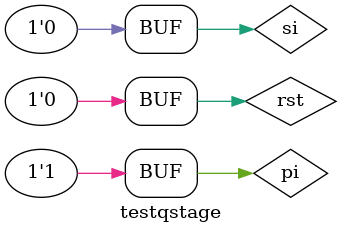
<source format=v>
module testqstage;
    reg rst, pi, si;
    wire po, so, f;

    q_stage mystage(rst, pi, si, po, so, f);

    initial
        begin 
            $dumpfile("testqstage.vcd");
            $dumpvars(0,testqstage);
            #0      rst=1; pi=0; si=0;
            #10     rst=0; pi=0; si=0;
            #10     rst=0; pi=0; si=0;
            #10     rst=0; pi=1; si=0;
        end
    initial
        $monitor(
            "rst=%b pi=%b si=%b po=%b so=%b f=%b    time=%d",
            rst, pi, si, po, so, f, $time);

endmodule // testqstage

</source>
